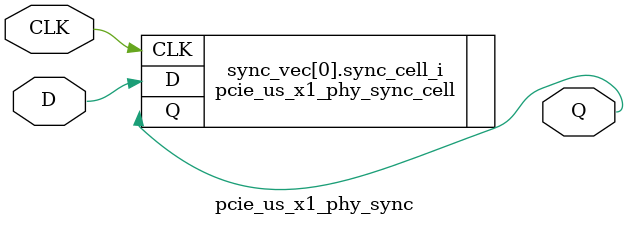
<source format=v>





`timescale 1ps / 1ps



//-------------------------------------------------------------------------------------------------
//  PHY Synchronizer Module
//-------------------------------------------------------------------------------------------------
module pcie_us_x1_phy_sync #
(
    parameter integer WIDTH = 1, 
    parameter integer STAGE = 2
)
(
    //-------------------------------------------------------------------------- 
    //  Input Ports
    //-------------------------------------------------------------------------- 
    input                               CLK,
    input       [WIDTH-1:0]             D,
    
    //-------------------------------------------------------------------------- 
    //  Output Ports
    //-------------------------------------------------------------------------- 
    output      [WIDTH-1:0]             Q
);                                                        



//--------------------------------------------------------------------------------------------------
//  Generate Synchronizer - Begin
//--------------------------------------------------------------------------------------------------
genvar i;

generate for (i=0; i<WIDTH; i=i+1) 

    begin : sync_vec

    //----------------------------------------------------------------------
    //  Synchronizer
    //----------------------------------------------------------------------
pcie_us_x1_phy_sync_cell #
    (
        .STAGE                            (STAGE)
    )    
    sync_cell_i
    (
        //------------------------------------------------------------------
        //  Input Ports
        //------------------------------------------------------------------
        .CLK                              (CLK),
        .D                                (D[i]),

        //------------------------------------------------------------------
        //  Output Ports
        //------------------------------------------------------------------
        .Q                                (Q[i])
    );
 
    end   
      
endgenerate 
//--------------------------------------------------------------------------------------------------
//  Generate - End
//--------------------------------------------------------------------------------------------------



endmodule





</source>
